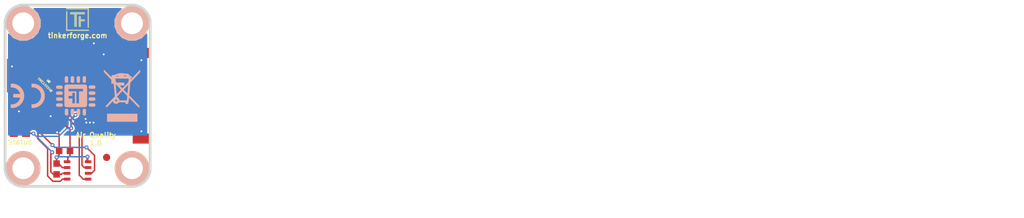
<source format=kicad_pcb>
(kicad_pcb (version 4) (host pcbnew 4.0.7-e2-6376~61~ubuntu18.04.1)
  (title_block (title "VOC Bricklet") (date 2017-11-13) (rev 1.0) (company "Tinkerforge GmbH") (comment 1 "Licensed under CERN OHL v.1.1") (comment 2 "Copyright (©) 2017, L.Lauer <lukas@tinkerforge.com>"))
  (layers (0 F.Cu signal) (31 B.Cu signal) (34 B.Paste user) (35 F.Paste user) (36 B.SilkS user) (37 F.SilkS user) (38 B.Mask user) (39 F.Mask user) (44 Edge.Cuts user))
  (net 0 "")
  (net 1 GND)
  (net 2 VCC)
  (net 3 "Net-(D101-Pad2)")
  (net 4 "Net-(P101-Pad4)")
  (net 5 "Net-(P101-Pad5)")
  (net 6 "Net-(P101-Pad6)")
  (net 7 "Net-(C102-Pad2)")
  (net 8 "Net-(R101-Pad1)")
  (net 9 S-MISO)
  (net 10 S-CS)
  (net 11 S-CLK)
  (net 12 S-MOSI)
  (net 13 "Net-(P102-Pad1)")
  (net 14 "Net-(P103-Pad2)")
  (net 15 M-CS)
  (net 16 M-MOSI)
  (net 17 M-CLK)
  (net 18 M-MISO)
  (module DRILL_NP (layer F.Cu) (at 137.6 131)
    (fp_text reference U105 hide)
    (fp_text value DRILL hide)
    (pad "" np_thru_hole circle (at 0 0) (size 2.99974 2.99974) (drill 2.99974) (layers *.Cu *.Mask F.SilkS) (clearance 0.89916))
  )
  (module C0603F (layer F.Cu) (at 147 143.2 90)
    (fp_text reference C103)
    (fp_text value 1uF)
    (pad 1 smd rect (at -0.75 0 90) (size 0.9 0.9) (layers F.Cu F.Paste F.Mask) (net 1 GND))
    (pad 2 smd rect (at 0.75 0 90) (size 0.9 0.9) (layers F.Cu F.Paste F.Mask) (net 2 VCC))
  )
  (module D0603E (layer F.Cu) (at 137.14 146.18 180)
    (fp_text reference D101)
    (fp_text value blue)
    (pad 1 smd rect (at -0.8501 0 180) (size 1.1 1) (layers F.Cu F.Paste F.Mask) (net 2 VCC))
    (pad 2 smd rect (at 0.8501 0 180) (size 1.1 1) (layers F.Cu F.Paste F.Mask) (net 3 "Net-(D101-Pad2)"))
  )
  (module R0603F (layer F.Cu) (at 137.14 144.83 180)
    (fp_text reference R101)
    (fp_text value 1k)
    (pad 1 smd rect (at -0.75 0 180) (size 0.9 0.9) (layers F.Cu F.Paste F.Mask) (net 8 "Net-(R101-Pad1)"))
    (pad 2 smd rect (at 0.75 0 180) (size 0.9 0.9) (layers F.Cu F.Paste F.Mask) (net 3 "Net-(D101-Pad2)"))
  )
  (module DRILL_NP (layer F.Cu) (at 152.6 131)
    (fp_text reference U103 hide)
    (fp_text value DRILL hide)
    (pad "" np_thru_hole circle (at 0 0) (size 2.99974 2.99974) (drill 2.99974) (layers *.Cu *.Mask F.SilkS) (clearance 0.89916))
  )
  (module DRILL_NP (layer F.Cu) (at 152.6 151)
    (fp_text reference U104 hide)
    (fp_text value DRILL hide)
    (pad "" np_thru_hole circle (at 0 0) (size 2.99974 2.99974) (drill 2.99974) (layers *.Cu *.Mask F.SilkS) (clearance 0.89916))
  )
  (module DRILL_NP (layer F.Cu) (at 137.6 151)
    (fp_text reference U106 hide)
    (fp_text value DRILL hide)
    (pad "" np_thru_hole circle (at 0 0) (size 2.99974 2.99974) (drill 2.99974) (layers *.Cu *.Mask F.SilkS) (clearance 0.89916))
  )
  (module C0402E (layer F.Cu) (at 148.7 136.6 270)
    (fp_text reference C102)
    (fp_text value 220pF)
    (pad 1 smd rect (at -0.65 0 270) (size 0.7 0.9) (layers F.Cu F.Paste F.Mask) (net 1 GND))
    (pad 2 smd rect (at 0.65 0 270) (size 0.7 0.9) (layers F.Cu F.Paste F.Mask) (net 7 "Net-(C102-Pad2)"))
  )
  (module C0805 (layer F.Cu) (at 148.5 143.4 90)
    (fp_text reference C101)
    (fp_text value 10uF)
    (pad 1 smd rect (at -1.00076 0 90) (size 1.00076 1.24968) (layers F.Cu F.Paste F.Mask) (net 1 GND) (clearance 0.14986))
    (pad 2 smd rect (at 1.00076 0 90) (size 1.00076 1.24968) (layers F.Cu F.Paste F.Mask) (net 2 VCC) (clearance 0.14986))
  )
  (module kicad-libraries:Logo_31x31 (layer F.Cu) (at 143.5 128.9)
    (fp_text reference G*** hide)
    (fp_text value Logo_31x31 hide)
  )
  (module kicad-libraries:Logo_CoMCU (layer B.Cu) (at 144.84 141.01 180)
    (fp_text reference G*** hide)
    (fp_text value LOGO hide)
  )
  (module kicad-libraries:WEEE_7mm (layer B.Cu) (at 151.24 141.01 180)
    (fp_text reference G*** hide)
    (fp_text value LOGO hide)
  )
  (module kicad-libraries:CE_5mm (layer B.Cu) (at 138.19 141.01 180)
    (fp_text reference VAL hide)
    (fp_text value CE_5mm hide)
  )
  (module kicad-libraries:Fiducial_Mark (layer F.Cu) (at 149.1 149.5)
    (fp_text reference Fiducial_Mark hide)
    (fp_text value VAL** hide)
    (pad 1 smd circle (at 0 0) (size 1.00076 1.00076) (layers F.Cu F.Paste F.Mask) (clearance 0.65024))
  )
  (module kicad-libraries:Fiducial_Mark (layer F.Cu) (at 153.6 137.5)
    (fp_text reference Fiducial_Mark hide)
    (fp_text value VAL** hide)
    (pad 1 smd circle (at 0 0) (size 1.00076 1.00076) (layers F.Cu F.Paste F.Mask) (clearance 0.65024))
  )
  (module kicad-libraries:DEBUG_PAD (layer F.Cu) (at 143.62 133.93 270)
    (fp_text reference P102)
    (fp_text value DEBUG)
    (pad 1 smd circle (at 0 0 270) (size 0.7 0.7) (layers F.Cu F.Paste F.Mask) (net 13 "Net-(P102-Pad1)"))
  )
  (module kicad-libraries:SolderJumper (layer F.Cu) (at 146.6 134.53 225)
    (fp_text reference P103)
    (fp_text value BOOT)
    (pad 2 smd rect (at 0.55 0 225) (size 0.3 1.4) (layers F.Cu F.Mask) (net 14 "Net-(P103-Pad2)"))
    (pad 2 smd rect (at 0.15 0 225) (size 0.6 0.5) (layers F.Cu F.Mask) (net 14 "Net-(P103-Pad2)"))
    (pad 1 smd rect (at -0.5 0 225) (size 0.4 1.4) (layers F.Cu F.Mask) (net 1 GND))
    (pad 1 smd rect (at -0.225 0.55 225) (size 0.95 0.3) (layers F.Cu F.Mask) (net 1 GND))
    (pad 1 smd rect (at -0.225 -0.55 225) (size 0.95 0.3) (layers F.Cu F.Mask) (net 1 GND))
  )
  (module CON-SENSOR2 (layer F.Cu) (at 155.1 141 90)
    (fp_text reference P101)
    (fp_text value CON-SENSOR2)
    (pad 1 smd rect (at -3.75 -4.6 90) (size 0.6 1.8) (layers F.Cu F.Paste F.Mask))
    (pad 2 smd rect (at -2.5 -4.6 90) (size 0.6 1.8) (layers F.Cu F.Paste F.Mask) (net 1 GND))
    (pad EP smd rect (at -5.9 -1.2 90) (size 1.4 2.4) (layers F.Cu F.Paste F.Mask) (net 1 GND))
    (pad EP smd rect (at 5.9 -1.2 90) (size 1.4 2.4) (layers F.Cu F.Paste F.Mask) (net 1 GND))
    (pad 3 smd rect (at -1.25 -4.6 90) (size 0.6 1.8) (layers F.Cu F.Paste F.Mask) (net 2 VCC))
    (pad 4 smd rect (at 0 -4.6 90) (size 0.6 1.8) (layers F.Cu F.Paste F.Mask) (net 4 "Net-(P101-Pad4)"))
    (pad 5 smd rect (at 1.25 -4.6 90) (size 0.6 1.8) (layers F.Cu F.Paste F.Mask) (net 5 "Net-(P101-Pad5)"))
    (pad 6 smd rect (at 2.5 -4.6 90) (size 0.6 1.8) (layers F.Cu F.Paste F.Mask) (net 6 "Net-(P101-Pad6)"))
    (pad 7 smd rect (at 3.75 -4.6 90) (size 0.6 1.8) (layers F.Cu F.Paste F.Mask) (net 7 "Net-(C102-Pad2)"))
  )
  (module 4X0402 (layer F.Cu) (at 148.19 139.42 90)
    (fp_text reference RP101)
    (fp_text value 82)
    (pad 1 smd rect (at -0.7493 0.575 270) (size 0.29972 0.65) (layers F.Cu F.Paste F.Mask) (net 4 "Net-(P101-Pad4)"))
    (pad 2 smd rect (at -0.24892 0.575 270) (size 0.29972 0.65) (layers F.Cu F.Paste F.Mask) (net 5 "Net-(P101-Pad5)"))
    (pad 3 smd rect (at 0.24892 0.575 270) (size 0.29972 0.65) (layers F.Cu F.Paste F.Mask) (net 6 "Net-(P101-Pad6)"))
    (pad 4 smd rect (at 0.7493 0.575 270) (size 0.29972 0.65) (layers F.Cu F.Paste F.Mask) (net 7 "Net-(C102-Pad2)"))
    (pad 5 smd rect (at 0.7493 -0.575 90) (size 0.29972 0.65) (layers F.Cu F.Paste F.Mask) (net 9 S-MISO))
    (pad 6 smd rect (at 0.24892 -0.575 90) (size 0.29972 0.65) (layers F.Cu F.Paste F.Mask) (net 12 S-MOSI))
    (pad 7 smd rect (at -0.24892 -0.575 90) (size 0.29972 0.65) (layers F.Cu F.Paste F.Mask) (net 11 S-CLK))
    (pad 8 smd rect (at -0.7493 -0.575 90) (size 0.29972 0.65) (layers F.Cu F.Paste F.Mask) (net 10 S-CS))
  )
  (module C0603F (layer F.Cu) (at 142.2 151.1 90)
    (fp_text reference C1)
    (fp_text value 100nF)
    (pad 1 smd rect (at -0.75 0 90) (size 0.9 0.9) (layers F.Cu F.Paste F.Mask) (net 2 VCC))
    (pad 2 smd rect (at 0.75 0 90) (size 0.9 0.9) (layers F.Cu F.Paste F.Mask) (net 1 GND))
  )
  (module C0603F (layer F.Cu) (at 143.3 148.6 180)
    (fp_text reference C105)
    (fp_text value 100nF)
    (pad 1 smd rect (at -0.75 0 180) (size 0.9 0.9) (layers F.Cu F.Paste F.Mask) (net 2 VCC))
    (pad 2 smd rect (at 0.75 0 180) (size 0.9 0.9) (layers F.Cu F.Paste F.Mask) (net 1 GND))
  )
  (module C0603F (layer F.Cu) (at 137 142.1 315)
    (fp_text reference C2)
    (fp_text value 100nF)
    (pad 1 smd rect (at -0.75 0 315) (size 0.9 0.9) (layers F.Cu F.Paste F.Mask) (net 2 VCC))
    (pad 2 smd rect (at 0.75 0 315) (size 0.9 0.9) (layers F.Cu F.Paste F.Mask) (net 1 GND))
  )
  (module C0603F (layer F.Cu) (at 137.1 135.9 225)
    (fp_text reference C3)
    (fp_text value 100nF)
    (pad 1 smd rect (at -0.75 0 225) (size 0.9 0.9) (layers F.Cu F.Paste F.Mask) (net 2 VCC))
    (pad 2 smd rect (at 0.75 0 225) (size 0.9 0.9) (layers F.Cu F.Paste F.Mask) (net 1 GND))
  )
  (module C0603F (layer F.Cu) (at 142.27 144.98 225)
    (fp_text reference C104)
    (fp_text value 100nF)
    (pad 1 smd rect (at -0.75 0 225) (size 0.9 0.9) (layers F.Cu F.Paste F.Mask) (net 2 VCC))
    (pad 2 smd rect (at 0.75 0 225) (size 0.9 0.9) (layers F.Cu F.Paste F.Mask) (net 1 GND))
  )
  (module kicad-libraries:QFN48-EP2 (layer F.Cu) (at 141.1 139 135)
    (fp_text reference U2 (at 0 0 135) (layer F.SilkS) (effects (font (size 0.29972 0.29972) (thickness 0.0762))))
    (fp_text value XMC1XXX48 (at 0 -0.7 135) (layer F.SilkS) (effects (font (size 0.29972 0.29972) (thickness 0.0762))))
    (pad 1 smd rect (at -2.74828 3.61188 315) (size 0.29972 1.14808) (layers F.Cu F.Paste F.Mask))
    (pad 2 smd rect (at -2.2479 3.61188 315) (size 0.29972 1.14808) (layers F.Cu F.Paste F.Mask))
    (pad 3 smd rect (at -1.74752 3.61188 315) (size 0.29972 1.14808) (layers F.Cu F.Paste F.Mask) (net 9 S-MISO))
    (pad 4 smd rect (at -1.24968 3.61188 315) (size 0.29972 1.14808) (layers F.Cu F.Paste F.Mask))
    (pad 5 smd rect (at -0.7493 3.61188 315) (size 0.29972 1.14808) (layers F.Cu F.Paste F.Mask))
    (pad 6 smd rect (at -0.24892 3.61188 315) (size 0.29972 1.14808) (layers F.Cu F.Paste F.Mask))
    (pad 7 smd rect (at 0.24892 3.61188 315) (size 0.29972 1.14808) (layers F.Cu F.Paste F.Mask) (net 14 "Net-(P103-Pad2)"))
    (pad 8 smd rect (at 0.7493 3.61188 315) (size 0.29972 1.14808) (layers F.Cu F.Paste F.Mask))
    (pad 9 smd rect (at 1.24968 3.61188 315) (size 0.29972 1.14808) (layers F.Cu F.Paste F.Mask))
    (pad 10 smd rect (at 1.74752 3.61188 315) (size 0.29972 1.14808) (layers F.Cu F.Paste F.Mask))
    (pad 11 smd rect (at 2.2479 3.61188 315) (size 0.29972 1.14808) (layers F.Cu F.Paste F.Mask))
    (pad 12 smd rect (at 2.74828 3.61188 315) (size 0.29972 1.14808) (layers F.Cu F.Paste F.Mask))
    (pad 13 smd rect (at 3.61188 2.74828 45) (size 0.29972 1.14808) (layers F.Cu F.Paste F.Mask) (net 13 "Net-(P102-Pad1)"))
    (pad 14 smd rect (at 3.61188 2.2479 45) (size 0.29972 1.14808) (layers F.Cu F.Paste F.Mask))
    (pad 15 smd rect (at 3.61188 1.74752 45) (size 0.29972 1.14808) (layers F.Cu F.Paste F.Mask))
    (pad 16 smd rect (at 3.61188 1.24968 45) (size 0.29972 1.14808) (layers F.Cu F.Paste F.Mask))
    (pad 17 smd rect (at 3.61188 0.7493 45) (size 0.29972 1.14808) (layers F.Cu F.Paste F.Mask) (net 1 GND))
    (pad 18 smd rect (at 3.61188 0.24892 45) (size 0.29972 1.14808) (layers F.Cu F.Paste F.Mask) (net 2 VCC))
    (pad 19 smd rect (at 3.61188 -0.24892 45) (size 0.29972 1.14808) (layers F.Cu F.Paste F.Mask) (net 2 VCC))
    (pad 20 smd rect (at 3.61188 -0.7493 45) (size 0.29972 1.14808) (layers F.Cu F.Paste F.Mask))
    (pad 21 smd rect (at 3.61188 -1.24968 45) (size 0.29972 1.14808) (layers F.Cu F.Paste F.Mask))
    (pad 22 smd rect (at 3.61188 -1.74752 45) (size 0.29972 1.14808) (layers F.Cu F.Paste F.Mask))
    (pad 23 smd rect (at 3.61188 -2.2479 45) (size 0.29972 1.14808) (layers F.Cu F.Paste F.Mask))
    (pad 24 smd rect (at 3.61188 -2.74828 45) (size 0.29972 1.14808) (layers F.Cu F.Paste F.Mask))
    (pad 25 smd rect (at 2.74828 -3.61188 135) (size 0.29972 1.14808) (layers F.Cu F.Paste F.Mask))
    (pad 26 smd rect (at 2.2479 -3.61188 135) (size 0.29972 1.14808) (layers F.Cu F.Paste F.Mask))
    (pad 27 smd rect (at 1.74752 -3.61188 135) (size 0.29972 1.14808) (layers F.Cu F.Paste F.Mask) (net 2 VCC))
    (pad 28 smd rect (at 1.24968 -3.61188 135) (size 0.29972 1.14808) (layers F.Cu F.Paste F.Mask))
    (pad 29 smd rect (at 0.7493 -3.61188 135) (size 0.29972 1.14808) (layers F.Cu F.Paste F.Mask))
    (pad 30 smd rect (at 0.24892 -3.61188 135) (size 0.29972 1.14808) (layers F.Cu F.Paste F.Mask))
    (pad 31 smd rect (at -0.24892 -3.61188 135) (size 0.29972 1.14808) (layers F.Cu F.Paste F.Mask))
    (pad 32 smd rect (at -0.7493 -3.61188 135) (size 0.29972 1.14808) (layers F.Cu F.Paste F.Mask))
    (pad 33 smd rect (at -1.24968 -3.61188 135) (size 0.29972 1.14808) (layers F.Cu F.Paste F.Mask) (net 8 "Net-(R101-Pad1)"))
    (pad 34 smd rect (at -1.74752 -3.61188 135) (size 0.29972 1.14808) (layers F.Cu F.Paste F.Mask))
    (pad 35 smd rect (at -2.2479 -3.61188 135) (size 0.29972 1.14808) (layers F.Cu F.Paste F.Mask) (net 18 M-MISO))
    (pad 36 smd rect (at -2.74828 -3.61188 135) (size 0.29972 1.14808) (layers F.Cu F.Paste F.Mask) (net 16 M-MOSI))
    (pad 37 smd rect (at -3.60934 -2.74828 225) (size 0.29972 1.15062) (layers F.Cu F.Paste F.Mask) (net 1 GND))
    (pad 38 smd rect (at -3.61188 -2.2479 225) (size 0.29972 1.14808) (layers F.Cu F.Paste F.Mask) (net 2 VCC))
    (pad 39 smd rect (at -3.61188 -1.74752 225) (size 0.29972 1.14808) (layers F.Cu F.Paste F.Mask) (net 17 M-CLK))
    (pad 40 smd rect (at -3.61188 -1.24968 225) (size 0.29972 1.14808) (layers F.Cu F.Paste F.Mask) (net 15 M-CS))
    (pad 41 smd rect (at -3.61188 -0.7493 225) (size 0.29972 1.14808) (layers F.Cu F.Paste F.Mask))
    (pad 42 smd rect (at -3.61188 -0.24892 225) (size 0.29972 1.14808) (layers F.Cu F.Paste F.Mask))
    (pad 43 smd rect (at -3.61188 0.24892 225) (size 0.29972 1.14808) (layers F.Cu F.Paste F.Mask))
    (pad 44 smd rect (at -3.61188 0.7493 225) (size 0.29972 1.14808) (layers F.Cu F.Paste F.Mask) (net 10 S-CS))
    (pad 45 smd rect (at -3.61188 1.24968 225) (size 0.29972 1.14808) (layers F.Cu F.Paste F.Mask) (net 11 S-CLK))
    (pad 46 smd rect (at -3.61188 1.74752 225) (size 0.29972 1.14808) (layers F.Cu F.Paste F.Mask) (net 12 S-MOSI))
    (pad 47 smd rect (at -3.61188 2.2479 225) (size 0.29972 1.14808) (layers F.Cu F.Paste F.Mask))
    (pad 48 smd rect (at -3.61188 2.74828 225) (size 0.29972 1.14808) (layers F.Cu F.Paste F.Mask))
    (pad EP smd rect (at 0 0 135) (size 3.5 3.5) (layers F.Cu F.Paste F.Mask) (net 1 GND))
  )
  (module kicad-libraries:BME680 (layer F.Cu) (at 145.1 151.3 270)
    (fp_text reference U1)
    (fp_text value BME680)
    (pad 2 smd rect (at -0.4 -1.45 270) (size 0.4 0.9) (layers F.Cu F.Paste F.Mask) (net 15 M-CS))
    (pad 3 smd rect (at 0.4 -1.45 270) (size 0.4 0.9) (layers F.Cu F.Paste F.Mask) (net 16 M-MOSI))
    (pad 4 smd rect (at 1.2 -1.45 270) (size 0.4 0.9) (layers F.Cu F.Paste F.Mask) (net 17 M-CLK))
    (pad 1 smd rect (at -1.2 -1.45 270) (size 0.4 0.9) (layers F.Cu F.Paste F.Mask) (net 1 GND))
    (pad 8 smd rect (at -1.2 1.45 270) (size 0.4 0.9) (layers F.Cu F.Paste F.Mask) (net 2 VCC))
    (pad 5 smd rect (at 1.2 1.45 270) (size 0.4 0.9) (layers F.Cu F.Paste F.Mask) (net 18 M-MISO))
    (pad 7 smd rect (at -0.4 1.45 270) (size 0.4 0.9) (layers F.Cu F.Paste F.Mask) (net 1 GND))
    (pad 6 smd rect (at 0.4 1.45 270) (size 0.4 0.9) (layers F.Cu F.Paste F.Mask) (net 2 VCC))
  )
  (gr_line (start 137.6 128.5) (end 152.6 128.5) (angle 90) (layer Edge.Cuts) (width 0.381))
  (gr_line (start 135.1 151) (end 135.1 131) (angle 90) (layer Edge.Cuts) (width 0.381))
  (gr_line (start 137.6 153.5) (end 152.6 153.5) (angle 90) (layer Edge.Cuts) (width 0.381))
  (gr_arc (start 137.6 151) (end 137.6 153.5) (angle 90) (layer Edge.Cuts) (width 0.381))
  (gr_arc (start 137.6 131) (end 135.1 131) (angle 90) (layer Edge.Cuts) (width 0.381))
  (gr_text Status (at 137.14 147.36) (layer F.SilkS) (effects (font (size 0.7 0.7))))
  (gr_text "Air Quality\n1.0" (at 147.6 147) (layer F.SilkS) (effects (font (size 0.7 0.7))))
  (gr_text tinkerforge.com (at 145.1 132.7) (layer F.SilkS) (effects (font (size 0.7 0.7))))
  (gr_line (start 155.1 151) (end 155.1 131) (angle 90) (layer Edge.Cuts) (width 0.381))
  (gr_arc (start 152.6 151) (end 155.1 151) (angle 90) (layer Edge.Cuts) (width 0.381))
  (gr_arc (start 152.6 131) (end 152.6 128.5) (angle 90) (layer Edge.Cuts) (width 0.381))
  (segment (start 143.65 150.9) (end 143 150.9) (width 0.2) (layer F.Cu) (net 1))
  (segment (start 143 150.9) (end 142.45 150.35) (width 0.2) (layer F.Cu) (net 1))
  (segment (start 142.45 150.35) (end 142.2 150.35) (width 0.2) (layer F.Cu) (net 1))
  (via (at 142.2 149.5) (size 0.55) (drill 0.25) (layers F.Cu B.Cu) (net 1))
  (via (at 146.45 149.41) (size 0.55) (drill 0.25) (layers F.Cu B.Cu) (net 1))
  (segment (start 146.45 150.1) (end 146.45 149.41) (width 0.3) (layer F.Cu) (net 1))
  (segment (start 142.29 149.41) (end 146.45 149.41) (width 0.2) (layer B.Cu) (net 1))
  (segment (start 142.29 149.41) (end 142.2 149.5) (width 0.2) (layer B.Cu) (net 1))
  (segment (start 142.55 148.6) (end 142.55 146.32) (width 0.2) (layer F.Cu) (net 1))
  (via (at 142.27 146.04) (size 0.55) (drill 0.25) (layers F.Cu B.Cu) (net 1))
  (segment (start 142.27 146.04) (end 141.74033 145.51033) (width 0.55) (layer F.Cu) (net 1))
  (segment (start 142.55 146.32) (end 142.27 146.04) (width 0.2) (layer F.Cu) (net 1))
  (segment (start 142.55 148.6) (end 142.55 149.15) (width 0.2) (layer F.Cu) (net 1))
  (segment (start 142.2 149.5) (end 142.2 150.35) (width 0.2) (layer F.Cu) (net 1))
  (segment (start 142.55 149.15) (end 142.2 149.5) (width 0.2) (layer F.Cu) (net 1))
  (segment (start 143.75 150.9) (end 143.5 150.9) (width 0.2) (layer F.Cu) (net 1))
  (segment (start 146.953553 134.176447) (end 146.953553 134.166447) (width 0.3) (layer F.Cu) (net 1))
  (segment (start 146.953553 134.166447) (end 147.34 133.78) (width 0.3) (layer F.Cu) (net 1))
  (via (at 147.34 133.78) (size 0.55) (drill 0.25) (layers F.Cu B.Cu) (net 1))
  (segment (start 146.953553 134.176447) (end 146.953553 134.183553) (width 0.2) (layer F.Cu) (net 1))
  (segment (start 146.953553 134.183553) (end 147.27 134.5) (width 0.2) (layer F.Cu) (net 1))
  (segment (start 147.27 134.5) (end 147.27 134.65) (width 0.2) (layer F.Cu) (net 1))
  (segment (start 147.27 134.65) (end 147.05 134.87) (width 0.2) (layer F.Cu) (net 1))
  (segment (start 147.05 134.87) (end 147.148008 134.75981) (width 0.2) (layer F.Cu) (net 1))
  (segment (start 146.37019 133.981992) (end 146.438008 133.981992) (width 0.2) (layer F.Cu) (net 1))
  (segment (start 146.438008 133.981992) (end 146.61 133.81) (width 0.2) (layer F.Cu) (net 1))
  (segment (start 146.61 133.81) (end 146.61 133.86) (width 0.2) (layer F.Cu) (net 1))
  (segment (start 146.61 133.86) (end 146.93 134.18) (width 0.2) (layer F.Cu) (net 1))
  (segment (start 146.93 134.18) (end 146.953553 134.176447) (width 0.2) (layer F.Cu) (net 1))
  (segment (start 141.73967 145.51033) (end 141.74033 145.51033) (width 0.55) (layer F.Cu) (net 1))
  (via (at 137.01 143.15) (size 0.55) (drill 0.25) (layers F.Cu B.Cu) (net 1))
  (segment (start 137.52967 142.63033) (end 137.01 143.15) (width 0.55) (layer F.Cu) (net 1))
  (segment (start 137.53033 142.63033) (end 137.52967 142.63033) (width 0.55) (layer F.Cu) (net 1))
  (via (at 136.04 136.96) (size 0.55) (drill 0.25) (layers F.Cu B.Cu) (net 1))
  (segment (start 136.56967 136.43033) (end 136.04 136.96) (width 0.55) (layer F.Cu) (net 1))
  (segment (start 141.708861 143.495516) (end 141.704484 143.495516) (width 0.2) (layer F.Cu) (net 1))
  (segment (start 141.704484 143.495516) (end 141.38 143.82) (width 0.2) (layer F.Cu) (net 1))
  (via (at 141.38 143.82) (size 0.55) (drill 0.25) (layers F.Cu B.Cu) (net 1))
  (via (at 141.1 139) (size 0.55) (drill 0.25) (layers F.Cu B.Cu) (net 1))
  (segment (start 141.1 137.94) (end 141.1 139) (width 0.2) (layer F.Cu) (net 1))
  (segment (start 141.546447 140.1) (end 141.5 140.1) (width 0.25) (layer F.Cu) (net 1))
  (segment (start 148.7 135.95) (end 148.7 135.3) (width 0.55) (layer F.Cu) (net 1))
  (via (at 148.7 135.3) (size 0.55) (drill 0.25) (layers F.Cu B.Cu) (net 1))
  (segment (start 153.9 135.1) (end 153.9 136.1) (width 0.55) (layer F.Cu) (net 1))
  (via (at 153.9 136.1) (size 0.55) (drill 0.25) (layers F.Cu B.Cu) (net 1))
  (segment (start 153.9 146.9) (end 153.9 145.9) (width 0.55) (layer F.Cu) (net 1))
  (via (at 153.9 145.9) (size 0.55) (drill 0.25) (layers F.Cu B.Cu) (net 1))
  (segment (start 148.5 144.40076) (end 147.90076 144.40076) (width 0.5) (layer F.Cu) (net 1))
  (segment (start 147.90076 144.40076) (end 147.45 143.95) (width 0.55) (layer F.Cu) (net 1))
  (segment (start 147.45 143.95) (end 147 143.95) (width 0.5) (layer F.Cu) (net 1))
  (segment (start 150.5 143.5) (end 149.9 143.5) (width 0.5) (layer F.Cu) (net 1))
  (segment (start 149.9 143.5) (end 148.99924 144.40076) (width 0.5) (layer F.Cu) (net 1))
  (segment (start 148.99924 144.40076) (end 148.5 144.40076) (width 0.5) (layer F.Cu) (net 1))
  (segment (start 147 143.95) (end 146.45 143.95) (width 0.55) (layer F.Cu) (net 1))
  (via (at 146.2 144.2) (size 0.55) (drill 0.25) (layers F.Cu B.Cu) (net 1))
  (segment (start 146.45 143.95) (end 146.2 144.2) (width 0.55) (layer F.Cu) (net 1))
  (segment (start 147 143.95) (end 146.95 143.95) (width 0.5) (layer F.Cu) (net 1))
  (segment (start 146.95 143.95) (end 146.3 144.6) (width 0.55) (layer F.Cu) (net 1))
  (via (at 146.3 144.7) (size 0.55) (drill 0.25) (layers F.Cu B.Cu) (net 1))
  (segment (start 146.3 144.6) (end 146.3 144.7) (width 0.55) (layer F.Cu) (net 1))
  (segment (start 147 143.95) (end 147 144.5) (width 0.55) (layer F.Cu) (net 1))
  (via (at 146.8 144.7) (size 0.55) (drill 0.25) (layers F.Cu B.Cu) (net 1))
  (segment (start 147 144.5) (end 146.8 144.7) (width 0.55) (layer F.Cu) (net 1))
  (segment (start 147 143.95) (end 147 144.4) (width 0.55) (layer F.Cu) (net 1))
  (segment (start 147 144.4) (end 147.3 144.7) (width 0.55) (layer F.Cu) (net 1))
  (via (at 147.3 144.7) (size 0.55) (drill 0.25) (layers F.Cu B.Cu) (net 1))
  (segment (start 139.07585 135.91618) (end 139.07618 135.91618) (width 0.2) (layer F.Cu) (net 1))
  (segment (start 139.07618 135.91618) (end 141.1 137.94) (width 0.2) (layer F.Cu) (net 1))
  (segment (start 142.2 151.85) (end 141.760002 151.85) (width 0.2) (layer F.Cu) (net 2))
  (segment (start 141.760002 151.85) (end 141.410002 151.5) (width 0.2) (layer F.Cu) (net 2))
  (segment (start 141.6 148.8) (end 139.4 146.6) (width 0.2) (layer B.Cu) (net 2))
  (via (at 141.6 148.8) (size 0.55) (drill 0.25) (layers F.Cu B.Cu) (net 2))
  (segment (start 141.410002 148.989998) (end 141.6 148.8) (width 0.2) (layer F.Cu) (net 2))
  (segment (start 141.410002 151.5) (end 141.410002 148.989998) (width 0.2) (layer F.Cu) (net 2))
  (segment (start 144.22 145.49) (end 143.61 145.49) (width 0.2) (layer B.Cu) (net 2))
  (segment (start 138.98 146.18) (end 137.9901 146.18) (width 0.2) (layer F.Cu) (net 2))
  (segment (start 139 146.2) (end 138.98 146.18) (width 0.2) (layer F.Cu) (net 2))
  (via (at 139 146.2) (size 0.55) (drill 0.25) (layers F.Cu B.Cu) (net 2))
  (segment (start 139.4 146.6) (end 139 146.2) (width 0.2) (layer B.Cu) (net 2))
  (segment (start 142.5 146.6) (end 139.4 146.6) (width 0.2) (layer B.Cu) (net 2))
  (segment (start 143.61 145.49) (end 142.5 146.6) (width 0.2) (layer B.Cu) (net 2))
  (segment (start 144.05 148.6) (end 144.05 145.66) (width 0.2) (layer F.Cu) (net 2))
  (segment (start 144.05 145.66) (end 144.22 145.49) (width 0.2) (layer F.Cu) (net 2))
  (segment (start 143.75 151.7) (end 143 151.7) (width 0.2) (layer F.Cu) (net 2))
  (segment (start 142.85 151.85) (end 142.2 151.85) (width 0.2) (layer F.Cu) (net 2))
  (segment (start 143 151.7) (end 142.85 151.85) (width 0.2) (layer F.Cu) (net 2))
  (segment (start 143.75 150.1) (end 143.75 149.55) (width 0.2) (layer F.Cu) (net 2))
  (segment (start 144.05 149.25) (end 144.05 148.6) (width 0.2) (layer F.Cu) (net 2))
  (segment (start 143.75 149.55) (end 144.05 149.25) (width 0.2) (layer F.Cu) (net 2))
  (via (at 144.22 145.49) (size 0.55) (drill 0.25) (layers F.Cu B.Cu) (net 2))
  (segment (start 147 142.45) (end 146 142.45) (width 0.3) (layer F.Cu) (net 2))
  (segment (start 144.81 143.64) (end 144.22 144.23) (width 0.3) (layer B.Cu) (net 2))
  (via (at 144.81 143.64) (size 0.55) (drill 0.25) (layers F.Cu B.Cu) (net 2))
  (segment (start 146 142.45) (end 144.81 143.64) (width 0.3) (layer F.Cu) (net 2))
  (segment (start 144.22 144.23) (end 144.22 145.49) (width 0.3) (layer B.Cu) (net 2))
  (segment (start 143.84 145.49) (end 144.22 145.49) (width 0.3) (layer F.Cu) (net 2))
  (segment (start 142.80033 144.45033) (end 143.84 145.49) (width 0.3) (layer F.Cu) (net 2))
  (segment (start 142.80033 144.44967) (end 142.80033 144.45033) (width 0.3) (layer F.Cu) (net 2))
  (segment (start 136.46967 141.56967) (end 136.46967 141.41967) (width 0.2) (layer F.Cu) (net 2))
  (segment (start 136.46967 141.41967) (end 135.48 140.43) (width 0.2) (layer F.Cu) (net 2))
  (segment (start 137.21066 134.95) (end 137.63033 135.36967) (width 0.2) (layer F.Cu) (net 2))
  (segment (start 136.55 134.95) (end 137.21066 134.95) (width 0.2) (layer F.Cu) (net 2))
  (segment (start 135.48 136.02) (end 136.55 134.95) (width 0.2) (layer F.Cu) (net 2))
  (segment (start 135.48 140.43) (end 135.48 136.02) (width 0.2) (layer F.Cu) (net 2))
  (segment (start 136.46967 141.56967) (end 136.46967 141.58033) (width 0.2) (layer F.Cu) (net 2))
  (segment (start 136.46967 141.58033) (end 136.05 142) (width 0.2) (layer F.Cu) (net 2))
  (segment (start 137.35 146.18) (end 137.9901 146.18) (width 0.2) (layer F.Cu) (net 2))
  (segment (start 137.13 145.96) (end 137.35 146.18) (width 0.2) (layer F.Cu) (net 2))
  (segment (start 137.13 144.12) (end 137.13 145.96) (width 0.2) (layer F.Cu) (net 2))
  (segment (start 136.05 143.04) (end 137.13 144.12) (width 0.2) (layer F.Cu) (net 2))
  (segment (start 136.05 142) (end 136.05 143.04) (width 0.2) (layer F.Cu) (net 2))
  (segment (start 142.06448 143.14349) (end 142.06448 143.15448) (width 0.2) (layer F.Cu) (net 2))
  (segment (start 142.06448 143.15448) (end 142.51 143.6) (width 0.2) (layer F.Cu) (net 2))
  (segment (start 142.51 143.6) (end 142.51 143.92) (width 0.2) (layer F.Cu) (net 2))
  (segment (start 142.51 143.92) (end 142.80033 144.21033) (width 0.2) (layer F.Cu) (net 2))
  (segment (start 142.80033 144.21033) (end 142.80033 144.44967) (width 0.2) (layer F.Cu) (net 2))
  (segment (start 137.310332 140.318302) (end 137.291698 140.318302) (width 0.2) (layer F.Cu) (net 2))
  (segment (start 137.291698 140.318302) (end 136.81 140.8) (width 0.2) (layer F.Cu) (net 2))
  (segment (start 136.81 140.8) (end 136.81 141.22934) (width 0.2) (layer F.Cu) (net 2))
  (segment (start 136.81 141.22934) (end 136.46967 141.56967) (width 0.2) (layer F.Cu) (net 2))
  (segment (start 137.63033 135.36967) (end 137.63033 135.67033) (width 0.2) (layer F.Cu) (net 2))
  (segment (start 137.63033 135.67033) (end 137.88 135.92) (width 0.2) (layer F.Cu) (net 2))
  (segment (start 137.88 135.92) (end 137.88 136.132026) (width 0.2) (layer F.Cu) (net 2))
  (segment (start 137.63033 135.36967) (end 137.821696 135.36967) (width 0.2) (layer F.Cu) (net 2))
  (segment (start 137.821696 135.36967) (end 138.722028 136.270002) (width 0.2) (layer F.Cu) (net 2))
  (segment (start 148.5 142.39924) (end 147.05076 142.39924) (width 0.55) (layer F.Cu) (net 2))
  (segment (start 147.05076 142.39924) (end 147 142.45) (width 0.5) (layer F.Cu) (net 2))
  (segment (start 150.5 142.25) (end 149.45 142.25) (width 0.5) (layer F.Cu) (net 2))
  (segment (start 149.30076 142.39924) (end 148.5 142.39924) (width 0.5) (layer F.Cu) (net 2))
  (segment (start 149.45 142.25) (end 149.30076 142.39924) (width 0.5) (layer F.Cu) (net 2))
  (segment (start 137.88 136.132026) (end 138.370002 136.622028) (width 0.2) (layer F.Cu) (net 2))
  (segment (start 136.39 144.83) (end 136.39 146.0799) (width 0.2) (layer F.Cu) (net 3))
  (segment (start 136.39 146.0799) (end 136.2899 146.18) (width 0.2) (layer F.Cu) (net 3))
  (segment (start 148.765 140.1693) (end 149.2793 140.1693) (width 0.2) (layer F.Cu) (net 4))
  (segment (start 149.56 141) (end 150.5 141) (width 0.2) (layer F.Cu) (net 4))
  (segment (start 149.45 140.89) (end 149.56 141) (width 0.2) (layer F.Cu) (net 4))
  (segment (start 149.45 140.34) (end 149.45 140.89) (width 0.2) (layer F.Cu) (net 4))
  (segment (start 149.2793 140.1693) (end 149.45 140.34) (width 0.2) (layer F.Cu) (net 4))
  (segment (start 150.5 139.75) (end 149.5 139.75) (width 0.2) (layer F.Cu) (net 5))
  (segment (start 149.41892 139.66892) (end 148.765 139.66892) (width 0.2) (layer F.Cu) (net 5))
  (segment (start 149.5 139.75) (end 149.41892 139.66892) (width 0.2) (layer F.Cu) (net 5))
  (segment (start 148.765 139.17108) (end 149.23892 139.17108) (width 0.2) (layer F.Cu) (net 6))
  (segment (start 149.54 138.5) (end 150.5 138.5) (width 0.2) (layer F.Cu) (net 6))
  (segment (start 149.4 138.64) (end 149.54 138.5) (width 0.2) (layer F.Cu) (net 6))
  (segment (start 149.4 139.01) (end 149.4 138.64) (width 0.2) (layer F.Cu) (net 6))
  (segment (start 149.23892 139.17108) (end 149.4 139.01) (width 0.2) (layer F.Cu) (net 6))
  (segment (start 150.5 138.5) (end 149.97 138.5) (width 0.2) (layer F.Cu) (net 6))
  (segment (start 148.7 137.25) (end 148.7 138.6057) (width 0.2) (layer F.Cu) (net 7))
  (segment (start 148.7 138.6057) (end 148.765 138.6707) (width 0.2) (layer F.Cu) (net 7))
  (segment (start 150.5 137.25) (end 148.7 137.25) (width 0.2) (layer F.Cu) (net 7))
  (segment (start 137.89 144.83) (end 137.89 143.977314) (width 0.2) (layer F.Cu) (net 8))
  (segment (start 137.89 143.977314) (end 139.429672 142.437642) (width 0.2) (layer F.Cu) (net 8))
  (segment (start 144.889668 137.681698) (end 144.889668 137.660332) (width 0.2) (layer F.Cu) (net 9))
  (segment (start 144.889668 137.660332) (end 145.4 137.15) (width 0.2) (layer F.Cu) (net 9))
  (segment (start 146.9407 138.6707) (end 147.615 138.6707) (width 0.2) (layer F.Cu) (net 9))
  (segment (start 146.64 138.37) (end 146.9407 138.6707) (width 0.2) (layer F.Cu) (net 9))
  (segment (start 146.64 137.98) (end 146.64 138.37) (width 0.2) (layer F.Cu) (net 9))
  (segment (start 145.81 137.15) (end 146.64 137.98) (width 0.2) (layer F.Cu) (net 9))
  (segment (start 145.4 137.15) (end 145.81 137.15) (width 0.2) (layer F.Cu) (net 9))
  (segment (start 144.889668 137.681698) (end 144.889668 137.680332) (width 0.2) (layer F.Cu) (net 9))
  (segment (start 147.615 140.1693) (end 147.315678 140.1693) (width 0.2) (layer F.Cu) (net 10))
  (segment (start 147.315678 140.1693) (end 145.894978 141.59) (width 0.2) (layer F.Cu) (net 10))
  (segment (start 145.894978 141.59) (end 144.74967 141.59) (width 0.2) (layer F.Cu) (net 10))
  (segment (start 144.74967 141.59) (end 144.18382 141.02415) (width 0.2) (layer F.Cu) (net 10))
  (segment (start 147.615 139.66892) (end 146.971082 139.66892) (width 0.2) (layer F.Cu) (net 11))
  (segment (start 145.097314 141.23) (end 144.537642 140.670328) (width 0.2) (layer F.Cu) (net 11))
  (segment (start 145.76 141.23) (end 145.097314 141.23) (width 0.2) (layer F.Cu) (net 11))
  (segment (start 146.85 140.14) (end 145.76 141.23) (width 0.2) (layer F.Cu) (net 11))
  (segment (start 146.85 139.790002) (end 146.85 140.14) (width 0.2) (layer F.Cu) (net 11))
  (segment (start 146.971082 139.66892) (end 146.85 139.790002) (width 0.2) (layer F.Cu) (net 11))
  (segment (start 144.889668 140.318302) (end 144.889668 140.319668) (width 0.2) (layer F.Cu) (net 12))
  (segment (start 144.889668 140.319668) (end 145.37 140.8) (width 0.2) (layer F.Cu) (net 12))
  (segment (start 145.37 140.8) (end 145.67 140.8) (width 0.2) (layer F.Cu) (net 12))
  (segment (start 145.67 140.8) (end 146.46 140.01) (width 0.2) (layer F.Cu) (net 12))
  (segment (start 146.46 140.01) (end 146.46 139.55) (width 0.2) (layer F.Cu) (net 12))
  (segment (start 146.46 139.55) (end 146.83892 139.17108) (width 0.2) (layer F.Cu) (net 12))
  (segment (start 146.83892 139.17108) (end 147.615 139.17108) (width 0.2) (layer F.Cu) (net 12))
  (segment (start 140.489343 134.502688) (end 140.489343 134.490657) (width 0.2) (layer F.Cu) (net 13))
  (segment (start 140.489343 134.490657) (end 141.38 133.6) (width 0.2) (layer F.Cu) (net 13))
  (segment (start 141.38 133.6) (end 143.29 133.6) (width 0.2) (layer F.Cu) (net 13))
  (segment (start 143.29 133.6) (end 143.62 133.93) (width 0.2) (layer F.Cu) (net 13))
  (segment (start 146.493934 134.636066) (end 146.211091 134.918909) (width 0.2) (layer F.Cu) (net 14))
  (segment (start 143.477972 136.270002) (end 143.477972 136.262028) (width 0.2) (layer F.Cu) (net 14))
  (segment (start 143.477972 136.262028) (end 144.42 135.32) (width 0.2) (layer F.Cu) (net 14))
  (segment (start 144.42 135.32) (end 145.81 135.32) (width 0.2) (layer F.Cu) (net 14))
  (segment (start 145.81 135.32) (end 146.493934 134.636066) (width 0.2) (layer F.Cu) (net 14))
  (segment (start 146 150.9) (end 146.45 150.9) (width 0.2) (layer F.Cu) (net 15))
  (segment (start 142.770328 142.437642) (end 142.770328 142.470328) (width 0.2) (layer F.Cu) (net 15))
  (segment (start 142.770328 142.470328) (end 145.7 145.4) (width 0.2) (layer F.Cu) (net 15))
  (segment (start 145.7 145.4) (end 145.7 150.6) (width 0.2) (layer F.Cu) (net 15))
  (segment (start 145.7 150.6) (end 146 150.9) (width 0.2) (layer F.Cu) (net 15))
  (segment (start 140.489343 143.497312) (end 140.489343 143.510659) (width 0.2) (layer F.Cu) (net 16))
  (segment (start 140.489343 143.510659) (end 139.980002 144.02) (width 0.2) (layer F.Cu) (net 16))
  (segment (start 147.01 151.7) (end 146.45 151.7) (width 0.2) (layer F.Cu) (net 16))
  (segment (start 147.43 151.28) (end 147.01 151.7) (width 0.2) (layer F.Cu) (net 16))
  (segment (start 147.43 149.23) (end 147.43 151.28) (width 0.2) (layer F.Cu) (net 16))
  (segment (start 146.32 148.12) (end 147.43 149.23) (width 0.2) (layer F.Cu) (net 16))
  (via (at 146.32 148.12) (size 0.55) (drill 0.25) (layers F.Cu B.Cu) (net 16))
  (segment (start 141.94 148.12) (end 146.32 148.12) (width 0.2) (layer B.Cu) (net 16))
  (segment (start 141.63 147.81) (end 141.94 148.12) (width 0.2) (layer B.Cu) (net 16))
  (via (at 141.63 147.81) (size 0.55) (drill 0.25) (layers F.Cu B.Cu) (net 16))
  (segment (start 139.980002 146.160002) (end 141.63 147.81) (width 0.2) (layer F.Cu) (net 16))
  (segment (start 139.980002 144.02) (end 139.980002 146.160002) (width 0.2) (layer F.Cu) (net 16))
  (segment (start 140.489343 143.497312) (end 140.489343 143.500659) (width 0.2) (layer F.Cu) (net 16))
  (segment (start 140.489343 143.497312) (end 140.48269 143.497312) (width 0.2) (layer F.Cu) (net 16))
  (segment (start 140.489343 143.497312) (end 140.482688 143.497312) (width 0.2) (layer F.Cu) (net 16))
  (segment (start 142.418302 142.789668) (end 142.419668 142.789668) (width 0.2) (layer F.Cu) (net 17))
  (segment (start 142.419668 142.789668) (end 145.33 145.7) (width 0.2) (layer F.Cu) (net 17))
  (segment (start 145.33 145.7) (end 145.33 151.95) (width 0.2) (layer F.Cu) (net 17))
  (segment (start 145.33 151.95) (end 145.88 152.5) (width 0.2) (layer F.Cu) (net 17))
  (segment (start 145.88 152.5) (end 146.45 152.5) (width 0.2) (layer F.Cu) (net 17))
  (segment (start 143.75 152.5) (end 143 152.5) (width 0.2) (layer F.Cu) (net 18))
  (segment (start 140.96 152.06) (end 140.96 148.29) (width 0.2) (layer F.Cu) (net 18))
  (segment (start 141.7 152.8) (end 140.96 152.06) (width 0.2) (layer F.Cu) (net 18))
  (segment (start 142.7 152.8) (end 141.7 152.8) (width 0.2) (layer F.Cu) (net 18))
  (segment (start 143 152.5) (end 142.7 152.8) (width 0.2) (layer F.Cu) (net 18))
  (segment (start 140.13552 143.14349) (end 140.13552 143.14448) (width 0.2) (layer F.Cu) (net 18))
  (segment (start 140.13552 143.14448) (end 139.63 143.65) (width 0.2) (layer F.Cu) (net 18))
  (segment (start 139.63 146.96) (end 140.96 148.29) (width 0.2) (layer F.Cu) (net 18))
  (segment (start 139.63 143.65) (end 139.63 146.96) (width 0.2) (layer F.Cu) (net 18))
  (zone (net 1) (net_name GND) (layer B.Cu) (connect_pads yes (clearance 0.2)) (min_thickness 0.2) (fill yes (arc_segments 16) (thermal_gap 0.21) (thermal_bridge_width 0.21))
    (polygon (pts (xy 155.1 146.5) (xy 135.1 146.5) (xy 135.1 128.5) (xy 155.1 128.5)))
  )
)
</source>
